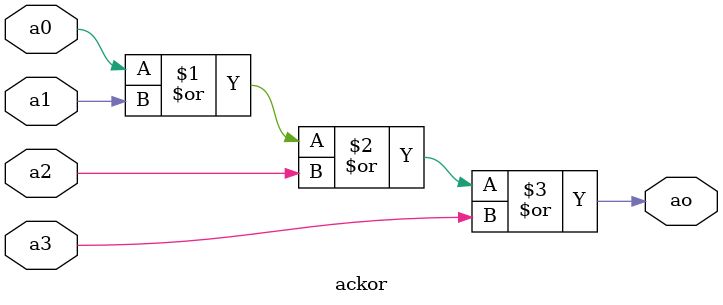
<source format=sv>
module ackor(input a0, a1, a2, a3, output ao);
	assign ao = a0 | a1 | a2 | a3;
endmodule

</source>
